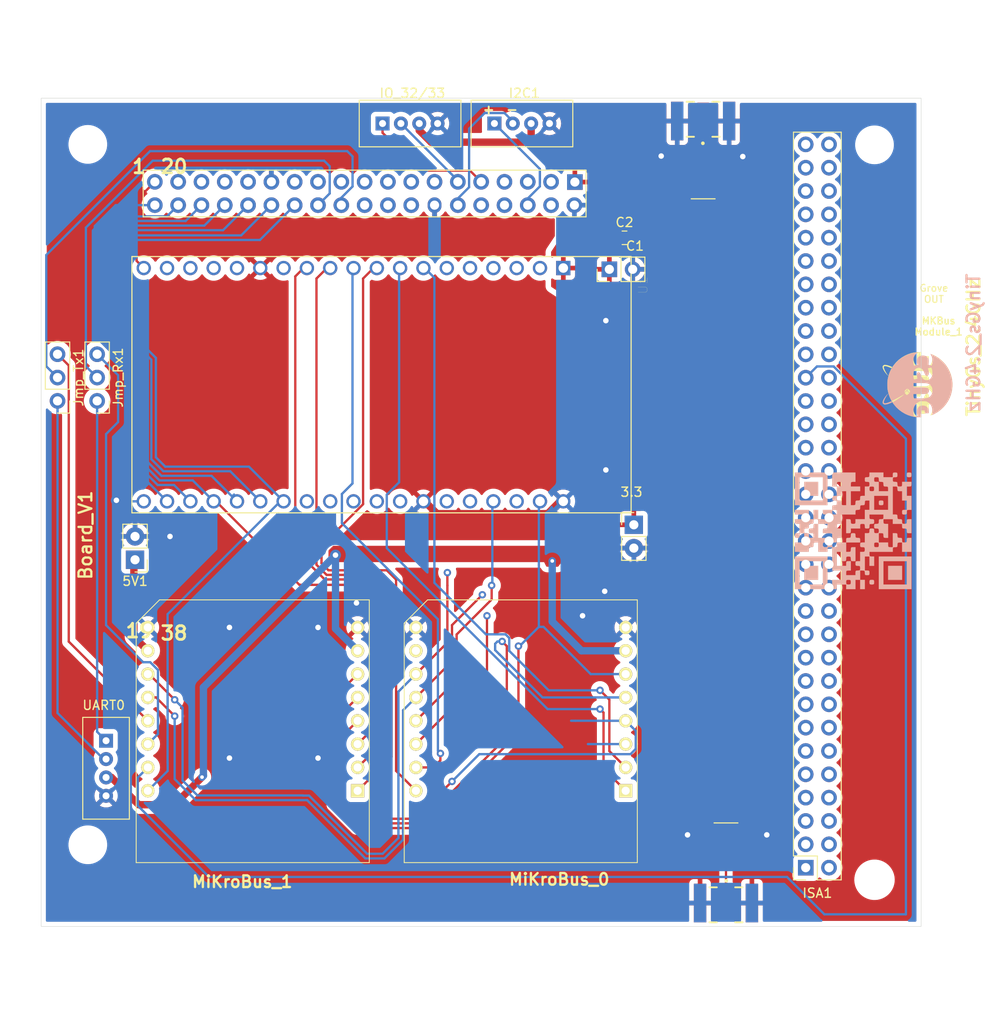
<source format=kicad_pcb>
(kicad_pcb (version 20211014) (generator pcbnew)
  (title_block (title "Carte_ESP_MiKroBus_V1"))
  (layers (0 "F.Cu" signal) (31 "B.Cu" signal) (34 "B.Paste" user) (35 "F.Paste" user) (36 "B.SilkS" user "B.Silkscreen") (37 "F.SilkS" user "F.Silkscreen") (38 "B.Mask" user) (39 "F.Mask" user) (44 "Edge.Cuts" user))
  (net 0 "")
  (net 1 "+3V3")
  (net 2 "GNDREF")
  (net 3 "/19")
  (net 4 "/18")
  (net 5 "/17")
  (net 6 "/16")
  (net 7 "/4")
  (net 8 "/3")
  (net 9 "/2")
  (net 10 "/38")
  (net 11 "/37")
  (net 12 "/36")
  (net 13 "NSS_1")
  (net 14 "NSS_0")
  (net 15 "SCK_0")
  (net 16 "MISO_0")
  (net 17 "I2C_SDA")
  (net 18 "I2C_SCL")
  (net 19 "MOSI_0")
  (net 20 "Net-(SMA_1-Pad1)")
  (net 21 "Net-(SMA_2-Pad1)")
  (net 22 "UART0_Rx")
  (net 23 "UART0_Tx")
  (net 24 "UART2_Rx")
  (net 25 "UART2_Tx")
  (net 26 "UART2_Rx_MiKroBus")
  (net 27 "UART2_Rx_grove")
  (net 28 "UART2_Tx_MiKroBus")
  (net 29 "UART2_Tx_grove")
  (net 30 "PWM_1")
  (net 31 "INT_0")
  (net 32 "INT_1")
  (net 33 "PWM_0")
  (net 34 "AN_0")
  (net 35 "AN_1")
  (net 36 "+5V")
  (net 37 "/34")
  (net 38 "/33")
  (net 39 "IN35")
  (net 40 "IN34")
  (net 41 "/13")
  (net 42 "Reset_1")
  (net 43 "Reset_0")
  (net 46 "GND")
  (footprint "MIKROE-924:MIKROE924" (layer "F.Cu") (at 107.38114 92.46726 180)
    (fp_text reference "MiKroBus_0")
    (fp_text value "MIKROE-924" hide)
  )
  (footprint "MIKROE-924:MIKROE924" (layer "F.Cu") (at 78.17114 92.46726 180)
    (fp_text reference "MiKroBus_1")
    (fp_text value "MIKROE-924" hide)
  )
  (footprint "SMA-J-P-H-ST-EM1:SAMTEC_SMA-J-P-H-ST-EM1" (layer "F.Cu") (at 115.824 19.358 180)
    (fp_text reference "SMA_1")
    (fp_text value "SMA-J-P-H-ST-EM1")
  )
  (footprint "U:HRS_U.FL-R-SMT(01)" (layer "F.Cu") (at 115.824 26.724 180)
    (fp_text reference "UFL_1")
    (fp_text value "U.FL-R-SMT(01)")
  )
  (footprint "U:HRS_U.FL-R-SMT(01)" (layer "F.Cu") (at 118.3132 97.269)
    (fp_text reference "UFL_2")
    (fp_text value "U.FL-R-SMT(01)")
  )
  (footprint "SMA-J-P-H-ST-EM1:SAMTEC_SMA-J-P-H-ST-EM1" (layer "F.Cu") (at 118.3132 104.889)
    (fp_text reference "SMA_2")
    (fp_text value "SMA-J-P-H-ST-EM1")
  )
  (footprint "MountingHole:MountingHole_3.2mm_M3" (layer "F.Cu") (at 134.498 22.1488)
    (fp_text reference "REF**")
    (fp_text value "MountingHole_3.2mm_M3")
  )
  (footprint "MountingHole:MountingHole_3.2mm_M3" (layer "F.Cu") (at 134.498 102.1588)
    (fp_text reference "REF**")
    (fp_text value "MountingHole_3.2mm_M3")
  )
  (footprint "test connecteur:conn_2x19_2.54mm_top_bot" (layer "F.Cu") (at 104.33314 23.63326 -90)
    (fp_text reference "Connector_2x19")
    (fp_text value "Conn_02x19_Top_Bottom")
  )
  (footprint "MountingHole:MountingHole_3.2mm_M3" (layer "F.Cu") (at 48.768 98.3488)
    (fp_text reference "REF**")
    (fp_text value "MountingHole_3.2mm_M3")
  )
  (footprint "MountingHole:MountingHole_3.2mm_M3" (layer "F.Cu") (at 48.768 22.098)
    (fp_text reference "REF**" hide)
    (fp_text value "MountingHole_3.2mm_M3")
  )
  (footprint "Logos-image:Image-Csug_10x10" (layer "F.Cu") (at 139.192 48.26 90)
    (fp_text reference "G***" hide)
    (fp_text value "LOGO" hide)
  )
  (footprint "Connector_PinHeader_2.54mm:PinHeader_1x02_P2.54mm_Vertical" (layer "F.Cu") (at 108.27014 63.51126)
    (fp_text reference "3.3")
    (fp_text value "Conn_01x02")
  )
  (footprint "Grove:Grove_4pin-2.00mm" (layer "F.Cu") (at 96.07814 17.28326)
    (fp_text reference "I2C1")
    (fp_text value "Grove")
  )
  (footprint "Grove:Grove_4pin-2.00mm" (layer "F.Cu") (at 83.88614 17.28326)
    (fp_text reference "IO_32/33")
    (fp_text value "Grove")
  )
  (footprint "Grove:Grove_4pin-2.00mm" (layer "F.Cu") (at 53.2958 90.0176 -90)
    (fp_text reference "UART0")
    (fp_text value "Grove")
  )
  (footprint "Connector_PinHeader_2.54mm:PinHeader_1x03_P2.54mm_Vertical" (layer "F.Cu") (at 49.784 50.023 180)
    (fp_text reference "Jmp_Rx1")
    (fp_text value "Jumper_NC_Dual")
  )
  (footprint "Connector_PinHeader_2.54mm:PinHeader_1x03_P2.54mm_Vertical" (layer "F.Cu") (at 45.466 50.023 180)
    (fp_text reference "Jmp_Tx1")
    (fp_text value "Jumper_NC_Dual")
  )
  (footprint "Connector_PinHeader_2.54mm:PinHeader_1x02_P2.54mm_Vertical" (layer "F.Cu") (at 105.60314 35.69826 90)
    (fp_text reference "C1")
    (fp_text value "C")
  )
  (footprint "Connector_PinHeader_2.54mm:PinHeader_1x02_P2.54mm_Vertical" (layer "F.Cu") (at 53.91414 67.32126 180)
    (fp_text reference "5V1")
    (fp_text value "Conn_01x02")
  )
  (footprint "Capacitor_SMD:C_0805_2012Metric_Pad1.18x1.45mm_HandSolder" (layer "F.Cu") (at 107.25414 32.26926)
    (fp_text reference "C2")
    (fp_text value "C")
  )
  (footprint "Connector_PinSocket_2.54mm:PinSocket_2x32_P2.54mm_Vertical" (layer "F.Cu") (at 127 100.838 180)
    (fp_text reference "ISA1")
    (fp_text value "Conn_02x32_Odd_Even")
  )
  (footprint "ESP32-DEVKITC-32D:MODULE_ESP32-DEVKITC-32D" (layer "F.Cu") (at 80.824 48.26 -90)
    (fp_text reference "U1")
    (fp_text value "ESP32-DEVKITC-32D")
  )
  (footprint "Logos-image:Image-Csug_10x10" (layer "B.Cu") (at 139.192 48.26 -90)
    (fp_text reference "G***" hide)
    (fp_text value "LOGO" hide)
  )
  (footprint "Logos-image:QRCode_ThingSat_14.5x14.5" (layer "B.Cu") (at 132.207 64.135)
    (fp_text reference "G***" hide)
    (fp_text value "LOGO" hide)
  )
  (gr_rect (start 43.688 17.0688) (end 139.578 107.2388) (layer "Edge.Cuts") (width 0.05) (fill none))
  (gr_text "TinyGs_2.4GHz" (at 145.288 43.688 90) (layer "B.SilkS") (effects (font (size 1.4 1.4) (thickness 0.25)) (justify mirror)))
  (gr_text "19" (at 54.356 75.057) (layer "F.SilkS") (effects (font (size 1.5 1.5) (thickness 0.3))))
  (gr_text "38" (at 58.166 75.311) (layer "F.SilkS") (effects (font (size 1.5 1.5) (thickness 0.3))))
  (gr_text "-" (at 94.996 18.288) (layer "F.SilkS") (effects (font (size 1 1) (thickness 0.2))))
  (gr_text "+" (at 92.456 18.288) (layer "F.SilkS") (effects (font (size 1 1) (thickness 0.2))))
  (gr_text "Grove\nOUT\n" (at 140.97 38.354) (layer "F.SilkS") (effects (font (size 0.75 0.75) (thickness 0.125))))
  (gr_text "MKBus\nModule_1" (at 141.478 41.91) (layer "F.SilkS") (effects (font (size 0.75 0.75))))
  (gr_text "Board_V1" (at 48.514 64.643 90) (layer "F.SilkS") (effects (font (size 1.4 1.4) (thickness 0.25))))
  (gr_text "20" (at 58.166 24.511) (layer "F.SilkS") (effects (font (size 1.5 1.5) (thickness 0.3))))
  (gr_text "1" (at 54.356 24.511) (layer "F.SilkS") (effects (font (size 1.5 1.5) (thickness 0.3))))
  (gr_text "TinyGs_2.4GHz" (at 145.288 44.196 90) (layer "F.SilkS") (effects (font (size 1.4 1.4) (thickness 0.25))))
  (segment (start 97.09414 21.85526) (end 99.63414 24.39526) (width 0.8) (layer "F.Cu") (net 1))
  (segment (start 51.3428 91.0176) (end 50.7558 91.0176) (width 0.8) (layer "F.Cu") (net 1))
  (segment (start 84.88614 20.56926) (end 86.17214 21.85526) (width 0.8) (layer "F.Cu") (net 1))
  (segment (start 61.214 90.9828) (end 58.20704 93.98976) (width 0.8) (layer "F.Cu") (net 1))
  (segment (start 86.17214 21.85526) (end 97.09414 21.85526) (width 0.8) (layer "F.Cu") (net 1))
  (segment (start 97.07814 19.82326) (end 97.07814 21.83926) (width 0.8) (layer "F.Cu") (net 1))
  (segment (start 84.88614 19.82326) (end 84.88614 20.56926) (width 0.8) (layer "F.Cu") (net 1))
  (segment (start 99.63414 24.39526) (end 101.15814 24.39526) (width 0.8) (layer "F.Cu") (net 1))
  (segment (start 58.20704 93.98976) (end 54.31496 93.98976) (width 0.8) (layer "F.Cu") (net 1))
  (segment (start 54.31496 93.98976) (end 51.3428 91.0176) (width 0.8) (layer "F.Cu") (net 1))
  (segment (start 97.07814 21.83926) (end 97.09414 21.85526) (width 0.8) (layer "F.Cu") (net 1))
  (via (at 99.38014 67.44826) (size 0.8) (drill 0.4) (layers "F.Cu" "B.Cu") (net 1))
  (via (at 61.214 90.9828) (size 0.8) (drill 0.4) (layers "F.Cu" "B.Cu") (net 1))
  (via (at 75.75814 66.81326) (size 1.2) (drill 0.6) (layers "F.Cu" "B.Cu") (net 1))
  (segment (start 61.3664 81.205) (end 61.3664 90.8304) (width 0.8) (layer "B.Cu") (net 1))
  (segment (start 78.17114 77.1891) (end 78.17114 77.22726) (width 0.8) (layer "B.Cu") (net 1))
  (segment (start 75.75814 66.81326) (end 75.75814 74.81426) (width 0.8) (layer "B.Cu") (net 1))
  (segment (start 107.38114 77.22726) (end 102.55514 77.22726) (width 0.8) (layer "B.Cu") (net 1))
  (segment (start 99.377139 67.451261) (end 99.38014 67.44826) (width 0.8) (layer "B.Cu") (net 1))
  (segment (start 75.75814 74.81426) (end 78.17114 77.22726) (width 0.8) (layer "B.Cu") (net 1))
  (segment (start 75.75814 66.81326) (end 61.3664 81.205) (width 0.8) (layer "B.Cu") (net 1))
  (segment (start 99.377139 74.049259) (end 99.377139 67.451261) (width 0.8) (layer "B.Cu") (net 1))
  (segment (start 102.55514 77.22726) (end 99.377139 74.049259) (width 0.8) (layer "B.Cu") (net 1))
  (segment (start 61.3664 90.8304) (end 61.214 90.9828) (width 0.8) (layer "B.Cu") (net 1))
  (segment (start 67.331141 35.197261) (end 67.45114 35.31726) (width 0.25) (layer "F.Cu") (net 2))
  (segment (start 86.811141 62.297261) (end 85.23114 60.71726) (width 0.8) (layer "F.Cu") (net 2))
  (segment (start 100.47114 60.71726) (end 98.891139 62.297261) (width 0.8) (layer "F.Cu") (net 2))
  (segment (start 98.891139 62.297261) (end 86.811141 62.297261) (width 0.8) (layer "F.Cu") (net 2))
  (via (at 105.22214 57.54226) (size 1.2) (drill 0.6) (layers "F.Cu" "B.Cu") (net 2))
  (via (at 105.09514 70.75026) (size 1.2) (drill 0.6) (layers "F.Cu" "B.Cu") (net 2))
  (via (at 57.72414 64.78126) (size 1.2) (drill 0.6) (layers "F.Cu" "B.Cu") (net 2))
  (via (at 51.88214 60.84426) (size 1.2) (drill 0.6) (layers "F.Cu" "B.Cu") (net 2))
  (via (at 114.1222 97.269) (size 1.2) (drill 0.6) (layers "F.Cu" "B.Cu") (net 2))
  (via (at 102.68214 73.41726) (size 1.2) (drill 0.6) (layers "F.Cu" "B.Cu") (net 2))
  (via (at 73.85314 74.68726) (size 1.2) (drill 0.6) (layers "F.Cu" "B.Cu") (net 2))
  (via (at 64.20114 74.68726) (size 1.2) (drill 0.6) (layers "F.Cu" "B.Cu") (net 2))
  (via (at 73.85314 88.91126) (size 1.2) (drill 0.6) (layers "F.Cu" "B.Cu") (net 2))
  (via (at 78.04414 72.02026) (size 1.2) (drill 0.6) (layers "F.Cu" "B.Cu") (net 2))
  (via (at 64.20114 88.91126) (size 1.2) (drill 0.6) (layers "F.Cu" "B.Cu") (net 2))
  (via (at 105.22214 41.28626) (size 1.2) (drill 0.6) (layers "F.Cu" "B.Cu") (net 2))
  (via (at 120.142 23.422) (size 1.2) (drill 0.6) (layers "F.Cu" "B.Cu") (net 2))
  (via (at 111.252 23.368) (size 1.2) (drill 0.6) (layers "F.Cu" "B.Cu") (net 2))
  (via (at 122.7582 97.269) (size 1.2) (drill 0.6) (layers "F.Cu" "B.Cu") (net 2))
  (segment (start 67.548139 35.220261) (end 67.45114 35.31726) (width 0.25) (layer "B.Cu") (net 2))
  (segment (start 100.52314 60.66526) (end 100.47114 60.71726) (width 0.8) (layer "B.Cu") (net 2))
  (segment (start 86.88614 19.82326) (end 86.88614 19.87126) (width 0.25) (layer "B.Cu") (net 2))
  (segment (start 67.421139 35.287259) (end 67.45114 35.31726) (width 0.25) (layer "B.Cu") (net 2))
  (segment (start 86.88614 19.87126) (end 86.55314 20.20426) (width 0.25) (layer "B.Cu") (net 2))
  (segment (start 54.864 35.56) (end 54.084 34.78) (width 0.25) (layer "F.Cu") (net 3))
  (segment (start 54.084 34.78) (end 54.084 28.1624) (width 0.25) (layer "F.Cu") (net 3))
  (segment (start 54.084 28.1624) (end 56.07314 26.17326) (width 0.25) (layer "F.Cu") (net 3))
  (segment (start 54.848139 35.220261) (end 54.75114 35.31726) (width 0.25) (layer "B.Cu") (net 3))
  (segment (start 57.261139 35.287259) (end 57.29114 35.31726) (width 0.25) (layer "F.Cu") (net 4))
  (segment (start 59.801139 35.287259) (end 59.83114 35.31726) (width 0.25) (layer "F.Cu") (net 5))
  (segment (start 62.341139 35.287259) (end 62.37114 35.31726) (width 0.25) (layer "F.Cu") (net 6))
  (segment (start 51.80474 28.71326) (end 49.53 30.988) (width 0.25) (layer "B.Cu") (net 10))
  (segment (start 49.53 42.926) (end 53.086 46.482) (width 0.25) (layer "B.Cu") (net 10))
  (segment (start 56.07314 28.71326) (end 51.80474 28.71326) (width 0.25) (layer "B.Cu") (net 10))
  (segment (start 49.53 30.988) (end 49.53 42.926) (width 0.25) (layer "B.Cu") (net 10))
  (segment (start 53.086 46.482) (end 53.086 60.706) (width 0.25) (layer "B.Cu") (net 10))
  (segment (start 53.34 60.96) (end 54.864 60.96) (width 0.25) (layer "B.Cu") (net 10))
  (segment (start 53.086 60.706) (end 53.34 60.96) (width 0.25) (layer "B.Cu") (net 10))
  (segment (start 50.03 42.718894) (end 50.03 31.195106) (width 0.25) (layer "B.Cu") (net 11))
  (segment (start 53.594 46.282894) (end 53.594 57.15) (width 0.25) (layer "B.Cu") (net 11))
  (segment (start 53.594 57.15) (end 57.404 60.96) (width 0.25) (layer "B.Cu") (net 11))
  (segment (start 53.594 46.282894) (end 50.03 42.718894) (width 0.25) (layer "B.Cu") (net 11))
  (segment (start 57.38814 29.93826) (end 58.61314 28.71326) (width 0.25) (layer "B.Cu") (net 11))
  (segment (start 51.286846 29.93826) (end 57.38814 29.93826) (width 0.25) (layer "B.Cu") (net 11))
  (segment (start 50.03 31.195106) (end 51.286846 29.93826) (width 0.25) (layer "B.Cu") (net 11))
  (segment (start 61.15314 28.71326) (end 59.42814 30.43826) (width 0.25) (layer "B.Cu") (net 12))
  (segment (start 50.53 42.511788) (end 54.094 46.075788) (width 0.25) (layer "B.Cu") (net 12))
  (segment (start 56.38 59.182) (end 58.166 59.182) (width 0.25) (layer "B.Cu") (net 12))
  (segment (start 50.53 31.402212) (end 50.53 42.511788) (width 0.25) (layer "B.Cu") (net 12))
  (segment (start 59.42814 30.43826) (end 51.493952 30.43826) (width 0.25) (layer "B.Cu") (net 12))
  (segment (start 54.094 56.896) (end 56.38 59.182) (width 0.25) (layer "B.Cu") (net 12))
  (segment (start 51.493952 30.43826) (end 50.53 31.402212) (width 0.25) (layer "B.Cu") (net 12))
  (segment (start 54.094 46.075788) (end 54.094 56.896) (width 0.25) (layer "B.Cu") (net 12))
  (segment (start 58.166 59.182) (end 59.944 60.96) (width 0.25) (layer "B.Cu") (net 12))
  (segment (start 71.827113 70.049113) (end 62.484 60.706) (width 0.25) (layer "F.Cu") (net 13))
  (segment (start 80.064887 70.049113) (end 71.827113 70.049113) (width 0.25) (layer "F.Cu") (net 13))
  (segment (start 80.772 70.756226) (end 80.064887 70.049113) (width 0.25) (layer "F.Cu") (net 13))
  (segment (start 80.772 84.7864) (end 80.772 70.756226) (width 0.25) (layer "F.Cu") (net 13))
  (segment (start 78.17114 87.38726) (end 80.772 84.7864) (width 0.25) (layer "F.Cu") (net 13))
  (segment (start 63.69314 28.71326) (end 61.46814 30.93826) (width 0.25) (layer "B.Cu") (net 13))
  (segment (start 51.701058 30.93826) (end 51.054 31.585318) (width 0.25) (layer "B.Cu") (net 13))
  (segment (start 61.46814 30.93826) (end 51.701058 30.93826) (width 0.25) (layer "B.Cu") (net 13))
  (segment (start 51.054 42.328682) (end 54.594 45.868682) (width 0.25) (layer "B.Cu") (net 13))
  (segment (start 51.054 31.585318) (end 51.054 42.328682) (width 0.25) (layer "B.Cu") (net 13))
  (segment (start 54.594 56.688894) (end 56.587106 58.682) (width 0.25) (layer "B.Cu") (net 13))
  (segment (start 54.594 45.868682) (end 54.594 56.688894) (width 0.25) (layer "B.Cu") (net 13))
  (segment (start 56.587106 58.682) (end 60.206 58.682) (width 0.25) (layer "B.Cu") (net 13))
  (segment (start 60.206 58.682) (end 62.484 60.96) (width 0.25) (layer "B.Cu") (net 13))
  (segment (start 105.22214 87.38726) (end 107.38114 87.38726) (width 0.25) (layer "B.Cu") (net 14))
  (segment (start 103.26514 87.38726) (end 105.22214 87.38726) (width 0.25) (layer "B.Cu") (net 14))
  (segment (start 78.55214 95.51526) (end 84.39414 95.51526) (width 0.25) (layer "F.Cu") (net 15))
  (segment (start 76.52014 86.49826) (end 76.52014 93.48326) (width 0.25) (layer "F.Cu") (net 15))
  (segment (start 84.39414 95.51526) (end 88.45814 91.45126) (width 0.25) (layer "F.Cu") (net 15))
  (segment (start 78.17114 84.84726) (end 76.52014 86.49826) (width 0.25) (layer "F.Cu") (net 15))
  (segment (start 76.52014 93.48326) (end 78.55214 95.51526) (width 0.25) (layer "F.Cu") (net 15))
  (via (at 88.45814 91.45126) (size 0.8) (drill 0.4) (layers "F.Cu" "B.Cu") (net 15))
  (segment (start 91.424639 88.484761) (end 107.907941 88.484761) (width 0.25) (layer "B.Cu") (net 15))
  (segment (start 107.38114 84.84726) (end 101.92014 84.84726) (width 0.25) (layer "B.Cu") (net 15))
  (segment (start 88.45814 91.45126) (end 91.424639 88.484761) (width 0.25) (layer "B.Cu") (net 15))
  (segment (start 107.907941 88.484761) (end 108.478641 87.914061) (width 0.25) (layer "B.Cu") (net 15))
  (segment (start 101.92014 84.84726) (end 101.43226 84.84726) (width 0.25) (layer "B.Cu") (net 15))
  (segment (start 108.478641 87.914061) (end 108.478641 85.944761) (width 0.25) (layer "B.Cu") (net 15))
  (segment (start 108.478641 85.944761) (end 107.38114 84.84726) (width 0.25) (layer "B.Cu") (net 15))
  (segment (start 85.15614 95.900262) (end 94.42714 86.629262) (width 0.25) (layer "F.Cu") (net 16))
  (segment (start 78.34503 96.01527) (end 77.94458 95.61482) (width 0.25) (layer "F.Cu") (net 16))
  (segment (start 93.91914 76.21126) (end 94.42714 76.71926) (width 0.25) (layer "F.Cu") (net 16))
  (segment (start 94.42714 86.629262) (end 94.42714 76.71926) (width 0.25) (layer "F.Cu") (net 16))
  (segment (start 85.15614 95.900262) (end 85.152138 95.900262) (width 0.25) (layer "F.Cu") (net 16))
  (segment (start 76.01214 84.46626) (end 78.17114 82.30726) (width 0.25) (layer "F.Cu") (net 16))
  (segment (start 78.35302 96.02326) (end 77.94458 95.61482) (width 0.25) (layer "F.Cu") (net 16))
  (segment (start 85.152138 95.900262) (end 85.03713 96.01527) (width 0.25) (layer "F.Cu") (net 16))
  (segment (start 77.94458 95.61482) (end 76.01214 93.68238) (width 0.25) (layer "F.Cu") (net 16))
  (segment (start 76.01214 93.68238) (end 76.01214 84.46626) (width 0.25) (layer "F.Cu") (net 16))
  (segment (start 85.03713 96.01527) (end 78.34503 96.01527) (width 0.25) (layer "F.Cu") (net 16))
  (via (at 93.91914 76.21126) (size 0.8) (drill 0.4) (layers "F.Cu" "B.Cu") (net 16))
  (segment (start 93.15714 76.71926) (end 93.15714 76.46526) (width 0.25) (layer "B.Cu") (net 16))
  (segment (start 93.15714 77.15514) (end 93.15714 76.71926) (width 0.25) (layer "B.Cu") (net 16))
  (segment (start 93.657358 77.655358) (end 93.15714 77.15514) (width 0.25) (layer "B.Cu") (net 16))
  (segment (start 93.15714 77.020358) (end 93.15714 76.71926) (width 0.25) (layer "B.Cu") (net 16))
  (segment (start 107.38114 82.30726) (end 98.317042 82.30726) (width 0.25) (layer "B.Cu") (net 16))
  (segment (start 98.317042 82.30726) (end 93.66514 77.655358) (width 0.25) (layer "B.Cu") (net 16))
  (segment (start 93.41114 76.21126) (end 93.91914 76.21126) (width 0.25) (layer "B.Cu") (net 16))
  (segment (start 93.41114 76.21126) (end 93.15714 76.46526) (width 0.25) (layer "B.Cu") (net 16))
  (segment (start 93.66514 77.655358) (end 93.657358 77.655358) (width 0.25) (layer "B.Cu") (net 16))
  (segment (start 58.23715 82.56126) (end 55.44315 79.76726) (width 0.25) (layer "F.Cu") (net 17))
  (segment (start 87.95014 69.09926) (end 87.95014 68.71826) (width 0.25) (layer "F.Cu") (net 17))
  (segment (start 87.95014 76.33826) (end 84.52114 79.76726) (width 0.25) (layer "F.Cu") (net 17))
  (segment (start 87.95014 70.11526) (end 87.95014 76.33826) (width 0.25) (layer "F.Cu") (net 17))
  (segment (start 87.95014 70.11526) (end 87.95014 69.09926) (width 0.25) (layer "F.Cu") (net 17))
  (segment (start 55.44315 79.76726) (end 55.31114 79.76726) (width 0.25) (layer "F.Cu") (net 17))
  (via (at 87.95014 68.71826) (size 0.8) (drill 0.4) (layers "F.Cu" "B.Cu") (net 17))
  (via (at 58.23715 82.56126) (size 0.8) (drill 0.4) (layers "F.Cu" "B.Cu") (net 17))
  (segment (start 94.179139 18.686259) (end 95.07814 19.58526) (width 0.25) (layer "B.Cu") (net 17))
  (segment (start 84.52114 79.76726) (end 82.61614 81.67226) (width 0.25) (layer "B.Cu") (net 17))
  (segment (start 89.09314 27.986262) (end 90.318141 26.761261) (width 0.25) (layer "B.Cu") (net 17))
  (segment (start 92.016139 18.686259) (end 94.179139 18.686259) (width 0.25) (layer "B.Cu") (net 17))
  (segment (start 80.89302 99.32526) (end 79.82214 99.32526) (width 0.25) (layer "B.Cu") (net 17))
  (segment (start 89.09314 28.45926) (end 89.09314 28.71326) (width 0.25) (layer "B.Cu") (net 17))
  (segment (start 59.0937 91.3517) (end 59.0937 83.41781) (width 0.25) (layer "B.Cu") (net 17))
  (segment (start 72.20214 92.97526) (end 60.71726 92.97526) (width 0.25) (layer "B.Cu") (net 17))
  (segment (start 90.318141 26.761261) (end 90.318141 20.384257) (width 0.25) (layer "B.Cu") (net 17))
  (segment (start 95.07814 19.58526) (end 95.07814 19.82326) (width 0.25) (layer "B.Cu") (net 17))
  (segment (start 82.61614 97.60214) (end 80.89302 99.32526) (width 0.25) (layer "B.Cu") (net 17))
  (segment (start 59.0937 83.41781) (end 58.23715 82.56126) (width 0.25) (layer "B.Cu") (net 17))
  (segment (start 89.09314 28.71326) (end 89.09314 27.986262) (width 0.25) (layer "B.Cu") (net 17))
  (segment (start 80.13102 99.32526) (end 79.82214 99.32526) (width 0.25) (layer "B.Cu") (net 17))
  (segment (start 90.318141 20.384257) (end 92.016139 18.686259) (width 0.25) (layer "B.Cu") (net 17))
  (segment (start 79.82214 99.32526) (end 79.20438 99.32526) (width 0.25) (layer "B.Cu") (net 17))
  (segment (start 72.87036 92.99124) (end 72.21812 92.99124) (width 0.25) (layer "B.Cu") (net 17))
  (segment (start 60.71726 92.97526) (end 59.0937 91.3517) (width 0.25) (layer "B.Cu") (net 17))
  (segment (start 79.20438 99.32526) (end 72.87036 92.99124) (width 0.25) (layer "B.Cu") (net 17))
  (segment (start 72.21812 92.99124) (end 72.20214 92.97526) (width 0.25) (layer "B.Cu") (net 17))
  (segment (start 82.61614 81.67226) (end 82.61614 97.60214) (width 0.25) (layer "B.Cu") (net 17))
  (segment (start 85.98164 80.84676) (end 84.52114 82.30726) (width 0.25) (layer "F.Cu") (net 18))
  (segment (start 58.23715 84.33926) (end 56.20515 82.30726) (width 0.25) (layer "F.Cu") (net 18))
  (segment (start 91.76014 71.13126) (end 88.45814 74.43326) (width 0.25) (layer "F.Cu") (net 18))
  (segment (start 56.20515 82.30726) (end 55.31114 82.30726) (width 0.25) (layer "F.Cu") (net 18))
  (segment (start 86.2082 80.6202) (end 85.98164 80.84676) (width 0.25) (layer "F.Cu") (net 18))
  (segment (start 88.45814 74.43326) (end 88.45814 78.37026) (width 0.25) (layer "F.Cu") (net 18))
  (segment (start 88.45814 78.37026) (end 85.98164 80.84676) (width 0.25) (layer "F.Cu") (net 18))
  (via (at 58.23715 84.33926) (size 0.8) (drill 0.4) (layers "F.Cu" "B.Cu") (net 18))
  (via (at 91.76014 71.13126) (size 0.8) (drill 0.4) (layers "F.Cu" "B.Cu") (net 18))
  (segment (start 96.71314 27.986262) (end 98.028139 26.671263) (width 0.25) (layer "B.Cu") (net 18))
  (segment (start 72.66325 93.49125) (end 79.00526 99.83326) (width 0.25) (layer "B.Cu") (net 18))
  (segment (start 58.23214 91.19726) (end 60.52613 93.49125) (width 0.25) (layer "B.Cu") (net 18))
  (segment (start 93.07814 19.82326) (end 98.028139 24.773259) (width 0.25) (layer "B.Cu") (net 18))
  (segment (start 96.71314 28.71326) (end 96.71314 27.986262) (width 0.25) (layer "B.Cu") (net 18))
  (segment (start 79.00526 99.83326) (end 81.09214 99.83326) (width 0.25) (layer "B.Cu") (net 18))
  (segment (start 58.23715 84.33926) (end 58.23214 84.34427) (width 0.25) (layer "B.Cu") (net 18))
  (segment (start 81.09214 99.83326) (end 83.12414 97.80126) (width 0.25) (layer "B.Cu") (net 18))
  (segment (start 83.12414 97.80126) (end 83.12414 96.78526) (width 0.25) (layer "B.Cu") (net 18))
  (segment (start 84.52114 82.30726) (end 83.12414 83.70426) (width 0.25) (layer "B.Cu") (net 18))
  (segment (start 98.028139 26.255261) (end 98.028139 26.671263) (width 0.25) (layer "B.Cu") (net 18))
  (segment (start 58.23214 84.34427) (end 58.23214 91.19726) (width 0.25) (layer "B.Cu") (net 18))
  (segment (start 83.12414 83.70426) (end 83.12414 96.78526) (width 0.25) (layer "B.Cu") (net 18))
  (segment (start 60.52613 93.49125) (end 72.66325 93.49125) (width 0.25) (layer "B.Cu") (net 18))
  (segment (start 98.028139 24.821259) (end 98.028139 26.255261) (width 0.25) (layer "B.Cu") (net 18))
  (segment (start 98.028139 24.773259) (end 98.028139 26.255261) (width 0.25) (layer "B.Cu") (net 18))
  (segment (start 83.12414 96.78526) (end 83.12414 97.03926) (width 0.25) (layer "B.Cu") (net 18))
  (segment (start 75.50414 93.99126) (end 78.04414 96.53126) (width 0.25) (layer "F.Cu") (net 19))
  (segment (start 75.50414 82.43426) (end 75.50414 93.99126) (width 0.25) (layer "F.Cu") (net 19))
  (segment (start 78.04414 96.53126) (end 85.35526 96.53126) (width 0.25) (layer "F.Cu") (net 19))
  (segment (start 85.35526 96.53126) (end 95.69714 86.18938) (width 0.25) (layer "F.Cu") (net 19))
  (segment (start 78.17114 79.76726) (end 75.50414 82.43426) (width 0.25) (layer "F.Cu") (net 19))
  (segment (start 95.69714 86.18938) (end 95.69714 76.71926) (width 0.25) (layer "F.Cu") (net 19))
  (via (at 95.69714 76.71926) (size 0.8) (drill 0.4) (layers "F.Cu" "B.Cu") (net 19))
  (segment (start 97.91964 74.62376) (end 98.42764 74.62376) (width 0.25) (layer "B.Cu") (net 19))
  (segment (start 107.38114 79.76726) (end 103.57114 79.76726) (width 0.25) (layer "B.Cu") (net 19))
  (segment (start 103.57114 79.76726) (end 98.42764 74.62376) (width 0.25) (layer "B.Cu") (net 19))
  (segment (start 95.82414 76.71926) (end 97.09414 75.44926) (width 0.25) (layer "B.Cu") (net 19))
  (segment (start 97.91964 74.62376) (end 97.09414 75.44926) (width 0.25) (layer "B.Cu") (net 19))
  (segment (start 97.91964 74.62376) (end 97.91964 60.72876) (width 0.25) (layer "B.Cu") (net 19))
  (segment (start 95.69714 76.71926) (end 95.82414 76.71926) (width 0.25) (layer "B.Cu") (net 19))
  (segment (start 107.38114 79.64026) (end 107.38114 79.76726) (width 0.25) (layer "B.Cu") (net 19))
  (segment (start 97.91964 60.72876) (end 97.93114 60.71726) (width 0.25) (layer "B.Cu") (net 19))
  (segment (start 115.824 23.65) (end 115.824 19.358) (width 0.25) (layer "F.Cu") (net 20))
  (segment (start 115.824 23.65) (end 115.824 24.666) (width 0.25) (layer "F.Cu") (net 20))
  (segment (start 118.3132 104.889) (end 118.3132 99.835) (width 0.25) (layer "F.Cu") (net 21))
  (segment (start 92.26814 79.64026) (end 84.52114 87.38726) (width 0.25) (layer "F.Cu") (net 22))
  (segment (start 92.26814 73.41726) (end 92.26814 79.64026) (width 0.25) (layer "F.Cu") (net 22))
  (via (at 92.26814 73.41726) (size 0.8) (drill 0.4) (layers "F.Cu" "B.Cu") (net 22))
  (segment (start 88.95815 75.45725) (end 88.95815 80.41025) (width 0.25) (layer "F.Cu") (net 23))
  (segment (start 88.95815 80.41025) (end 84.52114 84.84726) (width 0.25) (layer "F.Cu") (net 23))
  (segment (start 92.77614 71.63926) (end 88.95815 75.45725) (width 0.25) (layer "F.Cu") (net 23))
  (segment (start 92.77614 70.11526) (end 92.77614 71.63926) (width 0.25) (layer "F.Cu") (net 23))
  (via (at 92.77614 70.11526) (size 0.8) (drill 0.4) (layers "F.Cu" "B.Cu") (net 23))
  (segment (start 92.85114 70.04026) (end 92.77614 70.11526) (width 0.25) (layer "B.Cu") (net 23))
  (segment (start 93.28414 61.15026) (end 92.85114 60.71726) (width 0.25) (layer "B.Cu") (net 23))
  (segment (start 92.85114 61.04626) (end 92.85114 60.71726) (width 0.25) (layer "B.Cu") (net 23))
  (segment (start 92.85114 60.71726) (end 92.85114 70.04026) (width 0.25) (layer "B.Cu") (net 23))
  (segment (start 73.85314 28.71326) (end 75.127418 27.438982) (width 0.25) (layer "B.Cu") (net 24))
  (segment (start 48.559 46.258) (end 49.784 47.483) (width 0.25) (layer "B.Cu") (net 24))
  (segment (start 74.5236 23.876) (end 55.838956 23.876) (width 0.25) (layer "B.Cu") (net 24))
  (segment (start 75.127418 27.438982) (end 75.127418 24.479818) (width 0.25) (layer "B.Cu") (net 24))
  (segment (start 55.838956 23.876) (end 48.559 31.155956) (width 0.25) (layer "B.Cu") (net 24))
  (segment (start 48.559 31.155956) (end 48.559 46.258) (width 0.25) (layer "B.Cu") (net 24))
  (segment (start 75.127418 24.479818) (end 74.5236 23.876) (width 0.25) (layer "B.Cu") (net 24))
  (segment (start 77.0382 22.8346) (end 55.5498 22.8346) (width 0.25) (layer "B.Cu") (net 25))
  (segment (start 77.61814 23.41454) (end 77.0382 22.8346) (width 0.25) (layer "B.Cu") (net 25))
  (segment (start 76.39314 27.905672) (end 77.61814 26.680672) (width 0.25) (layer "B.Cu") (net 25))
  (segment (start 76.39314 28.71326) (end 76.39314 27.905672) (width 0.25) (layer "B.Cu") (net 25))
  (segment (start 44.241 46.258) (end 45.466 47.483) (width 0.25) (layer "B.Cu") (net 25))
  (segment (start 77.61814 26.680672) (end 77.61814 23.41454) (width 0.25) (layer "B.Cu") (net 25))
  (segment (start 44.241 34.1434) (end 44.241 46.258) (width 0.25) (layer "B.Cu") (net 25))
  (segment (start 55.5498 22.8346) (end 44.241 34.1434) (width 0.25) (layer "B.Cu") (net 25))
  (segment (start 56.40864 86.28976) (end 56.40864 79.31266) (width 0.25) (layer "B.Cu") (net 26))
  (segment (start 56.40864 79.31266) (end 55.57074 78.47476) (width 0.25) (layer "B.Cu") (net 26))
  (segment (start 54.794408 78.47476) (end 50.75714 74.437492) (width 0.25) (layer "B.Cu") (net 26))
  (segment (start 50.75714 53.63686) (end 52.07 52.324) (width 0.25) (layer "B.Cu") (net 26))
  (segment (start 52.07 52.324) (end 52.07 47.229) (width 0.25) (layer "B.Cu") (net 26))
  (segment (start 50.75714 74.437492) (end 50.75714 53.63686) (width 0.25) (layer "B.Cu") (net 26))
  (segment (start 52.07 47.229) (end 49.784 44.943) (width 0.25) (layer "B.Cu") (net 26))
  (segment (start 55.31114 87.38726) (end 56.40864 86.28976) (width 0.25) (layer "B.Cu") (net 26))
  (segment (start 55.57074 78.47476) (end 54.794408 78.47476) (width 0.25) (layer "B.Cu") (net 26))
  (segment (start 50.7558 87.0176) (end 50.7558 86.624693) (width 0.25) (layer "B.Cu") (net 27))
  (segment (start 49.784 86.0458) (end 49.784 50.023) (width 0.25) (layer "B.Cu") (net 27))
  (segment (start 50.7558 87.0176) (end 49.784 86.0458) (width 0.25) (layer "B.Cu") (net 27))
  (segment (start 46.691 76.22712) (end 46.691 46.168) (width 0.25) (layer "F.Cu") (net 28))
  (segment (start 46.691 46.168) (end 45.466 44.943) (width 0.25) (layer "F.Cu") (net 28))
  (segment (start 55.31114 84.84726) (end 46.691 76.22712) (width 0.25) (layer "F.Cu") (net 28))
  (segment (start 45.466 84.0018) (end 45.466 50.023) (width 0.25) (layer "B.Cu") (net 29))
  (segment (start 50.7558 89.0176) (end 50.4818 89.0176) (width 0.25) (layer "B.Cu") (net 29))
  (segment (start 50.4818 89.0176) (end 45.466 84.0018) (width 0.25) (layer "B.Cu") (net 29))
  (segment (start 66.326 57.182) (end 70.104 60.96) (width 0.25) (layer "B.Cu") (net 30))
  (segment (start 53.039106 32.504) (end 52.677553 32.865553) (width 0.25) (layer "B.Cu") (net 30))
  (segment (start 57.208424 57.182) (end 66.326 57.182) (width 0.25) (layer "B.Cu") (net 30))
  (segment (start 56.186106 45.33947) (end 56.186106 56.159682) (width 0.25) (layer "B.Cu") (net 30))
  (segment (start 56.186106 56.159682) (end 57.208424 57.182) (width 0.25) (layer "B.Cu") (net 30))
  (segment (start 67.5224 32.504) (end 53.039106 32.504) (width 0.25) (layer "B.Cu") (net 30))
  (segment (start 57.46215 73.24625) (end 57.46215 89.400552) (width 0.25) (layer "B.Cu") (net 30))
  (segment (start 57.46215 89.400552) (end 57.47014 89.408542) (width 0.25) (layer "B.Cu") (net 30))
  (segment (start 69.99114 60.71726) (end 57.46215 73.24625) (width 0.25) (layer "B.Cu") (net 30))
  (segment (start 52.677553 32.865553) (end 52.677553 41.830917) (width 0.25) (layer "B.Cu") (net 30))
  (segment (start 71.31314 28.71326) (end 67.5224 32.504) (width 0.25) (layer "B.Cu") (net 30))
  (segment (start 57.47014 90.30826) (end 55.31114 92.46726) (width 0.25) (layer "B.Cu") (net 30))
  (segment (start 57.47014 89.408542) (end 57.47014 90.30826) (width 0.25) (layer "B.Cu") (net 30))
  (segment (start 52.677553 41.830917) (end 56.186106 45.33947) (width 0.25) (layer "B.Cu") (net 30))
  (segment (start 87.18814 89.16526) (end 87.18814 88.40827) (width 0.25) (layer "F.Cu") (net 31))
  (segment (start 77.61114 35.31726) (end 77.581139 35.287259) (width 0.25) (layer "F.Cu") (net 31))
  (segment (start 85.91814 89.92726) (end 86.42614 89.92726) (width 0.25) (layer "F.Cu") (net 31))
  (segment (start 87.18814 88.40827) (end 87.19315 88.40326) (width 0.25) (layer "F.Cu") (net 31))
  (segment (start 85.91814 89.92726) (end 84.52114 89.92726) (width 0.25) (layer "F.Cu") (net 31))
  (segment (start 86.42614 89.92726) (end 87.18814 89.16526) (width 0.25) (layer "F.Cu") (net 31))
  (via (at 87.19315 88.40326) (size 0.8) (drill 0.4) (layers "F.Cu" "B.Cu") (net 31))
  (segment (start 76.456139 63.329717) (end 86.91816 73.791738) (width 0.25) (layer "B.Cu") (net 31))
  (segment (start 76.456139 60.162859) (end 76.456139 63.329717) (width 0.25) (layer "B.Cu") (net 31))
  (segment (start 86.91816 88.12827) (end 87.19315 88.40326) (width 0.25) (layer "B.Cu") (net 31))
  (segment (start 77.61114 35.31726) (end 77.61114 59.007858) (width 0.25) (layer "B.Cu") (net 31))
  (segment (start 77.581139 35.287259) (end 77.61114 35.31726) (width 0.25) (layer "B.Cu") (net 31))
  (segment (start 86.91816 73.791738) (end 86.91816 88.12827) (width 0.25) (layer "B.Cu") (net 31))
  (segment (start 77.61114 59.007858) (end 76.456139 60.162859) (width 0.25) (layer "B.Cu") (net 31))
  (segment (start 64.791141 35.197261) (end 64.91114 35.31726) (width 0.25) (layer "F.Cu") (net 32))
  (segment (start 61.976 101.854) (end 124.968 101.854) (width 0.25) (layer "B.Cu") (net 32))
  (segment (start 137.922 54.147588) (end 130.047412 46.273) (width 0.25) (layer "B.Cu") (net 32))
  (segment (start 124.968 101.854) (end 129.032 105.918) (width 0.25) (layer "B.Cu") (net 32))
  (segment (start 129.032 105.918) (end 137.922 105.918) (width 0.25) (layer "B.Cu") (net 32))
  (segment (start 54.21364 91.02476) (end 54.21364 94.09164) (width 0.25) (layer "B.Cu") (net 32))
  (segment (start 130.047412 46.273) (end 128.225 46.273) (width 0.25) (layer "B.Cu") (net 32))
  (segment (start 128.225 46.273) (end 127 47.498) (width 0.25) (layer "B.Cu") (net 32))
  (segment (start 137.922 105.918) (end 137.922 54.147588) (width 0.25) (layer "B.Cu") (net 32))
  (segment (start 54.21364 94.09164) (end 61.976 101.854) (width 0.25) (layer "B.Cu") (net 32))
  (segment (start 55.31114 89.92726) (end 54.21364 91.02476) (width 0.25) (layer "B.Cu") (net 32))
  (segment (start 75.50414 64.52726) (end 74.23414 65.79726) (width 0.25) (layer "F.Cu") (net 33))
  (segment (start 82.36214 70.75026) (end 82.36214 74.68726) (width 0.25) (layer "F.Cu") (net 33))
  (segment (start 82.36214 74.68726) (end 82.36214 90.30826) (width 0.25) (layer "F.Cu") (net 33))
  (segment (start 82.36214 70.36926) (end 82.36214 70.75026) (width 0.25) (layer "F.Cu") (net 33))
  (segment (start 82.36214 69.48026) (end 82.36214 70.75026) (width 0.25) (layer "F.Cu") (net 33))
  (segment (start 74.99614 68.46426) (end 81.34614 68.46426) (width 0.25) (layer "F.Cu") (net 33))
  (segment (start 78.766141 36.702259) (end 78.766141 61.185261) (width 0.25) (layer "F.Cu") (net 33))
  (segment (start 75.510542 64.52726) (end 78.766141 61.271661) (width 0.25) (layer "F.Cu") (net 33))
  (segment (start 75.50414 64.52726) (end 75.510542 64.52726) (width 0.25) (layer "F.Cu") (net 33))
  (segment (start 82.36214 74.43326) (end 82.36214 74.68726) (width 0.25) (layer "F.Cu") (net 33))
  (segment (start 74.23414 65.79726) (end 74.23414 67.70226) (width 0.25) (layer "F.Cu") (net 33))
  (segment (start 81.34614 68.46426) (end 82.36214 69.48026) (width 0.25) (layer "F.Cu") (net 33))
  (segment (start 78.766141 61.271661) (end 78.766141 61.185261) (width 0.25) (layer "F.Cu") (net 33))
  (segment (start 74.23414 67.70226) (end 74.99614 68.46426) (width 0.25) (layer "F.Cu") (net 33))
  (segment (start 80.15114 35.31726) (end 78.766141 36.702259) (width 0.25) (layer "F.Cu") (net 33))
  (segment (start 80.121139 35.287259) (end 80.15114 35.31726) (width 0.25) (layer "F.Cu") (net 33))
  (segment (start 82.36214 90.30826) (end 84.52114 92.46726) (width 0.25) (layer "F.Cu") (net 33))
  (segment (start 104.96814 83.95826) (end 104.58714 83.57726) (width 0.25) (layer "F.Cu") (net 34))
  (segment (start 107.38114 92.46726) (end 104.96814 90.05426) (width 0.25) (layer "F.Cu") (net 34))
  (segment (start 104.96814 90.05426) (end 104.96814 83.95826) (width 0.25) (layer "F.Cu") (net 34))
  (via (at 104.58714 83.57726) (size 0.8) (drill 0.4) (layers "F.Cu" "B.Cu") (net 34))
  (segment (start 82.69114 35.31726) (end 82.661139 35.287259) (width 0.25) (layer "B.Cu") (net 34))
  (segment (start 81.34614 60.22938) (end 82.69114 58.88438) (width 0.25) (layer "B.Cu") (net 34))
  (segment (start 104.58714 83.57726) (end 98.87214 83.57726) (width 0.25) (layer "B.Cu") (net 34))
  (segment (start 82.69114 58.88438) (end 82.69114 35.31726) (width 0.25) (layer "B.Cu") (net 34))
  (segment (start 81.34614 66.05126) (end 81.34614 60.22938) (width 0.25) (layer "B.Cu") (net 34))
  (segment (start 98.87214 83.57726) (end 81.34614 66.05126) (width 0.25) (layer "B.Cu") (net 34))
  (segment (start 81.85414 70.11526) (end 80.70315 68.96427) (width 0.25) (layer "F.Cu") (net 35))
  (segment (start 81.86213 70.43213) (end 81.85414 70.42414) (width 0.25) (layer "F.Cu") (net 35))
  (segment (start 81.86213 88.77627) (end 81.86213 70.43213) (width 0.25) (layer "F.Cu") (net 35))
  (segment (start 81.85414 70.42414) (end 81.85414 70.11526) (width 0.25) (layer "F.Cu") (net 35))
  (segment (start 75.041139 35.287259) (end 75.07114 35.31726) (width 0.25) (layer "F.Cu") (net 35))
  (segment (start 73.686141 36.702259) (end 75.07114 35.31726) (width 0.25) (layer "F.Cu") (net 35))
  (segment (start 80.70315 68.96427) (end 74.78903 68.96427) (width 0.25) (layer "F.Cu") (net 35))
  (segment (start 78.17114 92.46726) (end 81.86213 88.77627) (width 0.25) (layer "F.Cu") (net 35))
  (segment (start 74.78903 68.96427) (end 73.686141 67.861381) (width 0.25) (layer "F.Cu") (net 35))
  (segment (start 73.686141 67.861381) (end 73.686141 36.702259) (width 0.25) (layer "F.Cu") (net 35))
  (segment (start 53.91414 67.32126) (end 53.788639 67.446761) (width 0.8) (layer "F.Cu") (net 36))
  (segment (start 53.788639 67.446761) (end 53.788639 75.704759) (width 0.8) (layer "F.Cu") (net 36))
  (segment (start 53.788639 75.704759) (end 55.31114 77.22726) (width 0.8) (layer "F.Cu") (net 36))
  (segment (start 56.794212 58.182) (end 62.246 58.182) (width 0.25) (layer "B.Cu") (net 37))
  (segment (start 63.50814 31.43826) (end 51.908164 31.43826) (width 0.25) (layer "B.Cu") (net 37))
  (segment (start 55.186106 56.573894) (end 56.794212 58.182) (width 0.25) (layer "B.Cu") (net 37))
  (segment (start 62.246 58.182) (end 65.024 60.96) (width 0.25) (layer "B.Cu") (net 37))
  (segment (start 51.579212 31.767212) (end 51.579212 42.146788) (width 0.25) (layer "B.Cu") (net 37))
  (segment (start 64.70403 60.21725) (end 64.55758 60.3637) (width 0.25) (layer "B.Cu") (net 37))
  (segment (start 55.186106 45.753682) (end 55.186106 56.573894) (width 0.25) (layer "B.Cu") (net 37))
  (segment (start 51.908164 31.43826) (end 51.579212 31.767212) (width 0.25) (layer "B.Cu") (net 37))
  (segment (start 51.579212 42.146788) (end 55.186106 45.753682) (width 0.25) (layer "B.Cu") (net 37))
  (segment (start 66.23314 28.71326) (end 63.50814 31.43826) (width 0.25) (layer "B.Cu") (net 37))
  (segment (start 52.079212 41.939682) (end 55.686106 45.546576) (width 0.25) (layer "B.Cu") (net 38))
  (segment (start 55.686106 45.546576) (end 55.686106 56.366788) (width 0.25) (layer "B.Cu") (net 38))
  (segment (start 57.001318 57.682) (end 64.286 57.682) (width 0.25) (layer "B.Cu") (net 38))
  (segment (start 52.832 32.004) (end 52.079212 32.756788) (width 0.25) (layer "B.Cu") (net 38))
  (segment (start 68.77314 28.71326) (end 65.4824 32.004) (width 0.25) (layer "B.Cu") (net 38))
  (segment (start 64.286 57.682) (end 67.564 60.96) (width 0.25) (layer "B.Cu") (net 38))
  (segment (start 52.079212 32.756788) (end 52.079212 41.939682) (width 0.25) (layer "B.Cu") (net 38))
  (segment (start 55.686106 56.366788) (end 57.001318 57.682) (width 0.25) (layer "B.Cu") (net 38))
  (segment (start 65.4824 32.004) (end 52.832 32.004) (width 0.25) (layer "B.Cu") (net 38))
  (segment (start 89.09314 26.03026) (end 89.09314 26.17326) (width 0.25) (layer "B.Cu") (net 39))
  (segment (start 82.88614 19.82326) (end 89.09314 26.03026) (width 0.25) (layer "B.Cu") (net 39))
  (segment (start 87.77114 35.31726) (end 87.778141 35.310259) (width 0.25) (layer "B.Cu") (net 39))
  (segment (start 87.77114 35.31726) (end 87.741139 35.287259) (width 0.25) (layer "B.Cu") (net 39))
  (segment (start 84.999139 24.948259) (end 90.408139 24.948259) (width 0.25) (layer "F.Cu") (net 40))
  (segment (start 90.408139 24.948259) (end 91.63314 26.17326) (width 0.25) (layer "F.Cu") (net 40))
  (segment (start 80.88614 19.82326) (end 80.88614 20.83526) (width 0.25) (layer "F.Cu") (net 40))
  (segment (start 80.88614 20.83526) (end 84.999139 24.948259) (width 0.25) (layer "F.Cu") (net 40))
  (segment (start 69.871141 35.197261) (end 69.99114 35.31726) (width 0.25) (layer "F.Cu") (net 41))
  (segment (start 71.376139 36.472261) (end 71.376139 66.115261) (width 0.25) (layer "F.Cu") (net 42))
  (segment (start 81.34614 70.62326) (end 80.18716 69.46428) (width 0.25) (layer "F.Cu") (net 42))
  (segment (start 71.376139 66.258499) (end 71.376139 66.115261) (width 0.25) (layer "F.Cu") (net 42))
  (segment (start 81.34614 86.75226) (end 81.34614 70.62326) (width 0.25) (layer "F.Cu") (net 42))
  (segment (start 78.17114 89.92726) (end 81.34614 86.75226) (width 0.25) (layer "F.Cu") (net 42))
  (segment (start 72.53114 35.31726) (end 71.376139 36.472261) (width 0.25) (layer "F.Cu") (net 42))
  (segment (start 80.18716 69.46428) (end 74.58192 69.46428) (width 0.25) (layer "F.Cu") (net 42))
  (segment (start 74.58192 69.46428) (end 71.376139 66.258499) (width 0.25) (layer "F.Cu") (net 42))
  (segment (start 72.501139 35.287259) (end 72.53114 35.31726) (width 0.25) (layer "F.Cu") (net 42))
  (segment (start 107.38114 89.92726) (end 105.60314 88.14926) (width 0.25) (layer "F.Cu") (net 43))
  (segment (start 85.201139 35.287259) (end 85.23114 35.31726) (width 0.25) (layer "F.Cu") (net 43))
  (segment (start 105.60314 88.14926) (end 105.60314 82.54826) (width 0.25) (layer "F.Cu") (net 43))
  (segment (start 105.60314 82.54826) (end 104.58714 81.53226) (width 0.25) (layer "F.Cu") (net 43))
  (via (at 104.58714 81.53226) (size 0.8) (drill 0.4) (layers "F.Cu" "B.Cu") (net 43))
  (segment (start 86.536141 36.622261) (end 85.23114 35.31726) (width 0.25) (layer "B.Cu") (net 43))
  (segment (start 94.694141 75.839259) (end 94.291141 75.436259) (width 0.25) (layer "B.Cu") (net 43))
  (segment (start 94.291141 75.436259) (end 92.145379 75.436259) (width 0.25) (layer "B.Cu") (net 43))
  (segment (start 86.536141 69.827021) (end 86.536141 36.622261) (width 0.25) (layer "B.Cu") (net 43))
  (segment (start 92.145379 75.436259) (end 86.536141 69.827021) (width 0.25) (layer "B.Cu") (net 43))
  (segment (start 97.47514 80.02126) (end 97.48814 80.02126) (width 0.25) (layer "B.Cu") (net 43))
  (segment (start 85.328139 35.220261) (end 85.23114 35.31726) (width 0.25) (layer "B.Cu") (net 43))
  (segment (start 98.98614 81.53226) (end 97.22114 79.76726) (width 0.25) (layer "B.Cu") (net 43))
  (segment (start 97.22114 79.76726) (end 94.694141 77.240261) (width 0.25) (layer "B.Cu") (net 43))
  (segment (start 104.58714 81.53226) (end 98.98614 81.53226) (width 0.25) (layer "B.Cu") (net 43))
  (segment (start 94.694141 77.240261) (end 94.694141 75.839259) (width 0.25) (layer "B.Cu") (net 43))
  (segment (start 97.47514 80.02126) (end 97.22114 79.76726) (width 0.25) (layer "B.Cu") (net 43))
  (zone (net 1) (net_name "+3V3") (layer "F.Cu") (priority 2) (connect_pads (clearance 0.6)) (min_thickness 0.254) (fill yes (thermal_gap 0.508) (thermal_bridge_width 0.508))
    (polygon (pts (xy 100.39614 67.57526) (xy 100.01514 68.08326) (xy 98.74514 68.08326) (xy 98.49114 67.57526) (xy 74.99614 67.57526) (xy 74.99614 66.30526) (xy 75.50414 65.79726) (xy 100.39614 65.79726) (xy 101.79314 64.27326) (xy 101.79314 39.25426) (xy 99.25314 37.60326) (xy 99.25314 33.79326) (xy 100.26914 32.26926) (xy 100.26914 23.50626) (xy 104.07914 23.37926) (xy 106.87314 24.64926) (xy 106.87314 37.60326) (xy 103.69814 39.25426) (xy 103.69814 48.39826) (xy 104.46014 49.03326) (xy 104.46014 50.30326) (xy 103.69814 50.93826) (xy 103.69814 59.70126) (xy 105.22214 61.22526) (xy 108.65114 61.35226) (xy 109.28614 61.98726) (xy 109.28614 64.78126) (xy 105.73014 65.03526) (xy 103.57114 67.57526)))
  )
  (zone locked (net 2) (net_name "GNDREF") (layer "F.Cu") (connect_pads (clearance 0.6)) (min_thickness 0.254) (fill yes (thermal_gap 0.508) (thermal_bridge_width 0.508))
    (polygon (pts (xy 139.5476 17.1196) (xy 139.5476 107.188) (xy 43.7388 107.188) (xy 43.7388 17.1196)))
  )
  (zone (net 2) (net_name "GNDREF") (layer "B.Cu") (connect_pads (clearance 0.508)) (min_thickness 0.254) (fill yes (thermal_gap 0.508) (thermal_bridge_width 0.508))
    (polygon (pts (xy 139.4968 107.188) (xy 43.7388 107.188) (xy 43.7388 17.1196) (xy 139.4968 17.1196)))
  )
)
</source>
